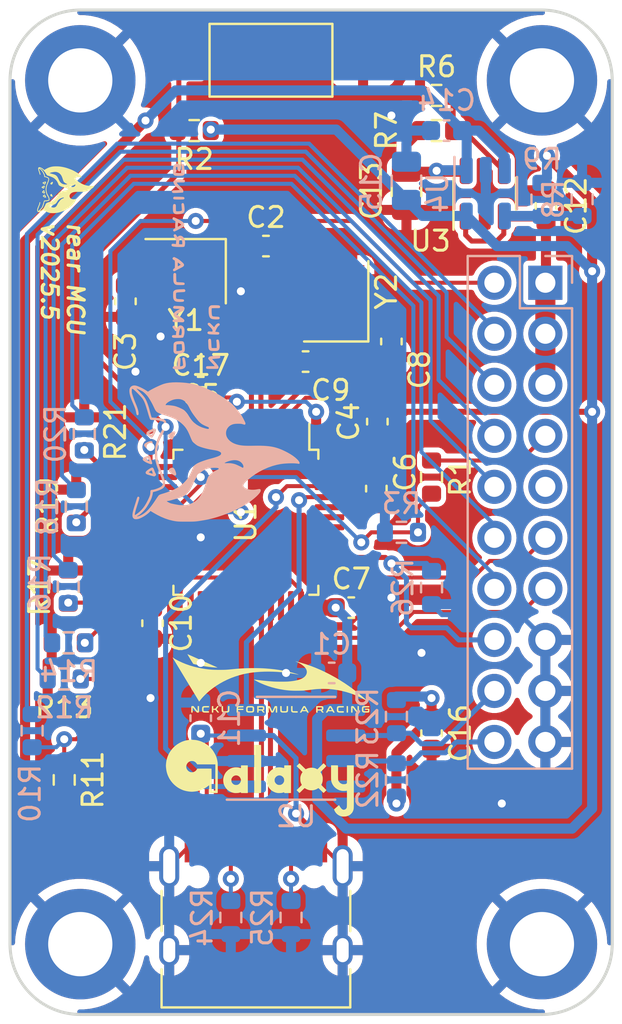
<source format=kicad_pcb>
(kicad_pcb (version 20221018) (generator pcbnew)
  (layers (0 "F.Cu" signal) (31 "B.Cu" signal) (34 "B.Paste" user) (35 "F.Paste" user) (36 "B.SilkS" user "B.Silkscreen") (37 "F.SilkS" user "F.Silkscreen") (38 "B.Mask" user) (39 "F.Mask" user) (44 "Edge.Cuts" user))
  (net 0 "")
  (net 1 "GND")
  (net 2 "+3.3V")
  (net 3 "/HSE_IN")
  (net 4 "/HSE_OUT")
  (net 5 "/LSE_IN")
  (net 6 "/LSE_OUT")
  (net 7 "VDC")
  (net 8 "+5V")
  (net 9 "Net-(C16-Pad1)")
  (net 10 "SW_signal")
  (net 11 "CAN+")
  (net 12 "CAN-")
  (net 13 "TSSI")
  (net 14 "BMS_Fault")
  (net 15 "SWDIO")
  (net 16 "IMD_Fault")
  (net 17 "SWDCLK")
  (net 18 "BSPD_signal1")
  (net 19 "BSPD_signal2")
  (net 20 "BSPD_signal3")
  (net 21 "Net-(J2-CC1)")
  (net 22 "USB_D+")
  (net 23 "USB_D-")
  (net 25 "Net-(J2-CC2)")
  (net 27 "BSPD_Fault")
  (net 28 "/RESET")
  (net 29 "/ADC_IN1")
  (net 30 "Net-(U3-ADJ)")
  (net 31 "Net-(U4-ADJ)")
  (net 32 "BMS_LED")
  (net 33 "IMD_LED")
  (net 34 "BSPD_LED")
  (net 35 "BSPD_Check1")
  (net 36 "BSPD_Check2")
  (net 37 "BSPD_Check3")
  (net 49 "CAN_TX")
  (net 50 "CAN_RX")
  (net 59 "BSPD_signal4")
  (net 60 "BSPD_Check4")
  (footprint "MountingHole:MountingHole_3.2mm_M3_ISO14580_Pad" (layer "F.Cu") (at 130 87)
    (fp_text reference "H3" hide)
    (fp_text value "MountingHole_Pad" hide)
  )
  (footprint "Capacitor_SMD:C_0603_1608Metric" (layer "F.Cu") (at 124.5 119.5 -90)
    (fp_text reference "C16")
    (fp_text value "1u" hide)
  )
  (footprint "logo:galaxy_logo_10mm" (layer "F.Cu") (at 116 121.75)
    (fp_text reference "G***" hide)
    (fp_text value "LOGO" hide)
  )
  (footprint "Capacitor_SMD:C_0603_1608Metric" (layer "F.Cu") (at 116.25 95.25)
    (fp_text reference "C2")
    (fp_text value "20p" hide)
  )
  (footprint "Connector_USB:USB_C_Receptacle_HRO_TYPE-C-31-M-12" (layer "F.Cu") (at 115.75 129.25)
    (fp_text reference "J2" hide)
    (fp_text value "USB_C_Receptacle_USB2.0_16P" hide)
  )
  (footprint "Capacitor_SMD:C_0805_2012Metric" (layer "F.Cu") (at 123.25 92.5 -90)
    (fp_text reference "C13")
    (fp_text value "10u" hide)
  )
  (footprint "Resistor_SMD:R_0603_1608Metric" (layer "F.Cu") (at 124.75 89.5)
    (fp_text reference "R7")
    (fp_text value "866k" hide)
  )
  (footprint "logo:nckufs_logo_10mm" (layer "F.Cu") (at 116.5 117)
    (fp_text reference "G***" hide)
    (fp_text value "LOGO" hide)
  )
  (footprint "Capacitor_SMD:C_0603_1608Metric" (layer "F.Cu") (at 120.5 113.25)
    (fp_text reference "C7")
    (fp_text value "100n" hide)
  )
  (footprint "Package_TO_SOT_SMD:SOT-23-5" (layer "F.Cu") (at 127.15 92.6375 90)
    (fp_text reference "U3")
    (fp_text value "AP2204K-ADJ" hide)
  )
  (footprint "Capacitor_SMD:C_0603_1608Metric" (layer "F.Cu") (at 118.225 101 180)
    (fp_text reference "C9")
    (fp_text value "20p" hide)
  )
  (footprint "Capacitor_SMD:C_0603_1608Metric" (layer "F.Cu") (at 121.8 103.9875 90)
    (fp_text reference "C4")
    (fp_text value "100n" hide)
  )
  (footprint "Resistor_SMD:R_0603_1608Metric" (layer "F.Cu") (at 106.8 108.2 90)
    (fp_text reference "R19")
    (fp_text value "100k" hide)
  )
  (footprint "Resistor_SMD:R_0603_1608Metric" (layer "F.Cu") (at 124.75 87.75)
    (fp_text reference "R6")
    (fp_text value "100k" hide)
  )
  (footprint "Resistor_SMD:R_0603_1608Metric" (layer "F.Cu") (at 106.4 115 180)
    (fp_text reference "R15" hide)
    (fp_text value "100k" hide)
  )
  (footprint "Resistor_SMD:R_0603_1608Metric" (layer "F.Cu") (at 106.2 121.825 -90)
    (fp_text reference "R11")
    (fp_text value "100k" hide)
  )
  (footprint "Capacitor_SMD:C_0603_1608Metric" (layer "F.Cu") (at 113 102.7875 180)
    (fp_text reference "C17")
    (fp_text value "100n" hide)
  )
  (footprint "Resistor_SMD:R_0603_1608Metric" (layer "F.Cu") (at 106.2 116.8 180)
    (fp_text reference "R13")
    (fp_text value "100k" hide)
  )
  (footprint "Resistor_SMD:R_0603_1608Metric" (layer "F.Cu") (at 124.5 106.75 -90)
    (fp_text reference "R1")
    (fp_text value "47k")
  )
  (footprint "Crystal:Crystal_SMD_SeikoEpson_FA238-4Pin_3.2x2.5mm" (layer "F.Cu") (at 112.25 96.5 180)
    (fp_text reference "Y1")
    (fp_text value "8M" hide)
  )
  (footprint "Capacitor_SMD:C_0603_1608Metric" (layer "F.Cu") (at 113 101.25 180)
    (fp_text reference "C5")
    (fp_text value "1u" hide)
  )
  (footprint "Resistor_SMD:R_0603_1608Metric" (layer "F.Cu") (at 112.675 89.5 180)
    (fp_text reference "R2")
    (fp_text value "10k" hide)
  )
  (footprint "Resistor_SMD:R_0603_1608Metric" (layer "F.Cu") (at 106.4 112.225 90)
    (fp_text reference "R17")
    (fp_text value "100k" hide)
  )
  (footprint "Capacitor_SMD:C_0603_1608Metric" (layer "F.Cu") (at 130.2 93.25 90)
    (fp_text reference "C12")
    (fp_text value "1u" hide)
  )
  (footprint "Capacitor_SMD:C_0603_1608Metric" (layer "F.Cu") (at 109.25 98 -90)
    (fp_text reference "C3")
    (fp_text value "20p" hide)
  )
  (footprint "MountingHole:MountingHole_3.2mm_M3_ISO14580_Pad" (layer "F.Cu") (at 107 130)
    (fp_text reference "H2" hide)
    (fp_text value "MountingHole_Pad" hide)
  )
  (footprint "MountingHole:MountingHole_3.2mm_M3_ISO14580_Pad" (layer "F.Cu") (at 107 87)
    (fp_text reference "H4" hide)
    (fp_text value "MountingHole_Pad" hide)
  )
  (footprint "Crystal:Crystal_SMD_SeikoEpson_FA238-4Pin_3.2x2.5mm" (layer "F.Cu") (at 119.75 98 90)
    (fp_text reference "Y2")
    (fp_text value "32.768k" hide)
  )
  (footprint "Capacitor_SMD:C_0603_1608Metric" (layer "F.Cu") (at 121.75 107.325 -90)
    (fp_text reference "C6")
    (fp_text value "100n" hide)
  )
  (footprint "Button_Switch_SMD:SW_SPST_FSMSM" (layer "F.Cu") (at 116.5 86 180)
    (fp_text reference "SW1" hide)
    (fp_text value "SW_SPST" hide)
  )
  (footprint "logo:fire_shark_4mm" (layer "F.Cu") (at 106.25 92.5 -90)
    (fp_text reference "G***" hide)
    (fp_text value "LOGO" hide)
  )
  (footprint "Capacitor_SMD:C_0603_1608Metric" (layer "F.Cu") (at 122.5 100 -90)
    (fp_text reference "C8")
    (fp_text value "20p" hide)
  )
  (footprint "Package_QFP:LQFP-48_7x7mm_P0.5mm" (layer "F.Cu") (at 115.25 109 -90)
    (fp_text reference "U1")
    (fp_text value "STM32F103C8Tx" hide)
  )
  (footprint "MountingHole:MountingHole_3.2mm_M3_ISO14580_Pad" (layer "F.Cu") (at 130 130)
    (fp_text reference "H1" hide)
    (fp_text value "MountingHole_Pad" hide)
  )
  (footprint "Resistor_SMD:R_0603_1608Metric" (layer "F.Cu") (at 107.2 104.6 90)
    (fp_text reference "R21")
    (fp_text value "100k" hide)
  )
  (footprint "Capacitor_SMD:C_0603_1608Metric" (layer "F.Cu") (at 110.6 114.025 -90)
    (fp_text reference "C10")
    (fp_text value "100n" hide)
  )
  (footprint "Capacitor_SMD:C_0805_2012Metric" (layer "B.Cu") (at 123.25 92 90)
    (fp_text reference "C15")
    (fp_text value "10u" hide)
  )
  (footprint "Resistor_SMD:R_0603_1608Metric" (layer "B.Cu") (at 130 92.925 -90)
    (fp_text reference "R9")
    (fp_text value "165k" hide)
  )
  (footprint "Resistor_SMD:R_0603_1608Metric" (layer "B.Cu") (at 117.5 128.675 -90)
    (fp_text reference "R25")
    (fp_text value "5k1" hide)
  )
  (footprint "Resistor_SMD:R_0603_1608Metric" (layer "B.Cu") (at 106.425 115)
    (fp_text reference "R14")
    (fp_text value "47k" hide)
  )
  (footprint "Resistor_SMD:R_0603_1608Metric" (layer "B.Cu") (at 122.75 118.675 -90)
    (fp_text reference "R23")
    (fp_text value "60R" hide)
  )
  (footprint "Resistor_SMD:R_0603_1608Metric" (layer "B.Cu") (at 132 92.925 -90)
    (fp_text reference "R8")
    (fp_text value "100k" hide)
  )
  (footprint "Resistor_SMD:R_0603_1608Metric" (layer "B.Cu") (at 106.8 108.225 -90)
    (fp_text reference "R18")
    (fp_text value "47k" hide)
  )
  (footprint "Capacitor_SMD:C_0603_1608Metric" (layer "B.Cu") (at 125.25 89.5 180)
    (fp_text reference "C14")
    (fp_text value "1u" hide)
  )
  (footprint "Resistor_SMD:R_0603_1608Metric" (layer "B.Cu") (at 124.5 112.25 -90)
    (fp_text reference "R26")
    (fp_text value "47k" hide)
  )
  (footprint "Connector_PinHeader_2.54mm:PinHeader_2x10_P2.54mm_Vertical" (layer "B.Cu") (at 130.17 97.075 180)
    (fp_text reference "J1" hide)
    (fp_text value "Conn_02x10_Odd_Even" hide)
  )
  (footprint "Resistor_SMD:R_0603_1608Metric" (layer "B.Cu") (at 106.2 116.8)
    (fp_text reference "R12")
    (fp_text value "47k" hide)
  )
  (footprint "Package_TO_SOT_SMD:SOT-23-5" (layer "B.Cu") (at 127.2 92.6125 -90)
    (fp_text reference "U4")
    (fp_text value "AP2204K-ADJ" hide)
  )
  (footprint "Resistor_SMD:R_0603_1608Metric" (layer "B.Cu") (at 107.2 104.6 -90)
    (fp_text reference "R20")
    (fp_text value "47k" hide)
  )
  (footprint "Resistor_SMD:R_0603_1608Metric" (layer "B.Cu") (at 104.6 119.375 -90)
    (fp_text reference "R10")
    (fp_text value "47k" hide)
  )
  (footprint "Capacitor_SMD:C_0603_1608Metric" (layer "B.Cu") (at 119.525 116.5 180)
    (fp_text reference "C1")
    (fp_text value "100n" hide)
  )
  (footprint "Package_SO:SOIC-8_3.9x4.9mm_P1.27mm" (layer "B.Cu") (at 117.75 120.25)
    (fp_text reference "U2")
    (fp_text value "SN65HVD256D" hide)
  )
  (footprint "Capacitor_SMD:C_0603_1608Metric" (layer "B.Cu") (at 113 118.75 90)
    (fp_text reference "C11")
    (fp_text value "100n" hide)
  )
  (footprint "logo:fire_shark_logo_20mm" (layer "B.Cu") (at 114.25 100.25 90)
    (fp_text reference "G***" hide)
    (fp_text value "LOGO" hide)
  )
  (footprint "Resistor_SMD:R_0603_1608Metric" (layer "B.Cu") (at 106.4 112.2 -90)
    (fp_text reference "R16")
    (fp_text value "47k" hide)
  )
  (footprint "Resistor_SMD:R_0603_1608Metric" (layer "B.Cu") (at 123 109.5 180)
    (fp_text reference "R3")
    (fp_text value "100k" hide)
  )
  (footprint "Resistor_SMD:R_0603_1608Metric" (layer "B.Cu") (at 122.75 121.825 -90)
    (fp_text reference "R22")
    (fp_text value "60R" hide)
  )
  (footprint "Resistor_SMD:R_0603_1608Metric" (layer "B.Cu") (at 114.5 128.675 -90)
    (fp_text reference "R24")
    (fp_text value "5k1" hide)
  )
  (gr_line (start 130 83.5) (end 107 83.5) (stroke (width 0.15)) (layer "Edge.Cuts"))
  (gr_arc (start 130 83.5) (mid 132.474873 84.525126) (end 133.5 87) (stroke (width 0.15)) (layer "Edge.Cuts"))
  (gr_arc (start 107 133.5) (mid 104.525127 132.474874) (end 103.5 130) (stroke (width 0.15)) (layer "Edge.Cuts"))
  (gr_arc (start 103.5 87) (mid 104.525126 84.525127) (end 107 83.5) (stroke (width 0.15)) (layer "Edge.Cuts"))
  (gr_line (start 107 133.5) (end 130 133.5) (stroke (width 0.15)) (layer "Edge.Cuts"))
  (gr_line (start 103.5 87) (end 103.5 130) (stroke (width 0.15)) (layer "Edge.Cuts"))
  (gr_arc (start 133.5 130) (mid 132.474874 132.474873) (end 130 133.5) (stroke (width 0.15)) (layer "Edge.Cuts"))
  (gr_line (start 133.5 130) (end 133.5 87) (stroke (width 0.15)) (layer "Edge.Cuts"))
  (gr_text "rear MCU\nv2025.5\n" (at 105 94 270) (layer "F.SilkS") (effects (font (size 0.8 0.8) (thickness 0.16) bold italic) (justify left bottom)))
  (segment (start 117.5 113.1625) (end 117.5 114) (width 0.2) (layer "F.Cu") (net 1))
  (segment (start 119.4125 108.25) (end 121.6 108.25) (width 0.2) (layer "F.Cu") (net 1))
  (segment (start 127.15 93.112501) (end 127.512501 92.75) (width 0.2) (layer "F.Cu") (net 1))
  (segment (start 113 109.51005) (end 113 109.75) (width 0.2) (layer "F.Cu") (net 1))
  (segment (start 112.5 125.205) (end 112.345 125.205) (width 0.2) (layer "F.Cu") (net 1))
  (segment (start 119.4125 106.75) (end 120.4 106.75) (width 0.2) (layer "F.Cu") (net 1))
  (segment (start 120.325 114.2) (end 121.275 113.25) (width 0.2) (layer "F.Cu") (net 1))
  (segment (start 114.5 104.8375) (end 114.5 108.01005) (width 0.2) (layer "F.Cu") (net 1))
  (segment (start 117.5 114) (end 117.7 114.2) (width 0.2) (layer "F.Cu") (net 1))
  (segment (start 127.512501 92.75) (end 129.925 92.75) (width 0.2) (layer "F.Cu") (net 1))
  (segment (start 127.15 93.775) (end 127.15 93.112501) (width 0.2) (layer "F.Cu") (net 1))
  (segment (start 114.5 108.01005) (end 113 109.51005) (width 0.2) (layer "F.Cu") (net 1))
  (segment (start 117.7 114.2) (end 120.325 114.2) (width 0.2) (layer "F.Cu") (net 1))
  (segment (start 119 125.205) (end 119.155 125.205) (width 0.2) (layer "F.Cu") (net 1))
  (segment (start 120.4 106.75) (end 121.75 108.1) (width 0.2) (layer "F.Cu") (net 1))
  (segment (start 129.925 92.75) (end 130.2 92.475) (width 0.2) (layer "F.Cu") (net 1))
  (segment (start 121.6 108.25) (end 121.75 108.1) (width 0.2) (layer "F.Cu") (net 1))
  (segment (start 119.155 125.205) (end 120.07 126.12) (width 0.2) (layer "F.Cu") (net 1))
  (segment (start 112.345 125.205) (end 111.43 126.12) (width 0.2) (layer "F.Cu") (net 1))
  (via (at 110.5 117.75) (size 0.8) (drill 0.4) (layers "F.Cu" "B.Cu") (net 1))
  (via (at 113 109.75) (size 0.8) (drill 0.4) (layers "F.Cu" "B.Cu") (net 1))
  (via (at 122.5 112.75) (size 0.8) (drill 0.4) (layers "F.Cu" "B.Cu") (net 1))
  (via (at 124 115.5) (size 0.8) (drill 0.4) (layers "F.Cu" "B.Cu") (net 1))
  (via (at 128 123) (size 0.8) (drill 0.4) (layers "F.Cu" "B.Cu") (net 1))
  (via (at 113 116) (size 0.8) (drill 0.4) (layers "F.Cu" "B.Cu") (net 1))
  (via (at 117.25 116.5) (size 0.8) (drill 0.4) (layers "F.Cu" "B.Cu") (net 1))
  (via (at 122.5 88.75) (size 0.8) (drill 0.4) (layers "F.Cu" "B.Cu") (net 1))
  (via (at 109.75 101.5) (size 0.8) (drill 0.4) (layers "F.Cu" "B.Cu") (net 1))
  (via (at 111 99.75) (size 0.8) (drill 0.4) (layers "F.Cu" "B.Cu") (net 1))
  (via (at 115 97.5) (size 0.8) (drill 0.4) (layers "F.Cu" "B.Cu") (net 1))
  (segment (start 124.475 89.825) (end 124.475 89.5) (width 0.2) (layer "B.Cu") (net 1))
  (segment (start 125.025 113.6) (end 128.915 113.6) (width 0.25) (layer "B.Cu") (net 1))
  (segment (start 123.25 89.5) (end 122.5 88.75) (width 0.2) (layer "B.Cu") (net 1))
  (segment (start 124 115.5) (end 122.5 114) (width 0.25) (layer "B.Cu") (net 1))
  (segment (start 124.475 89.5) (end 123.25 89.5) (width 0.2) (layer "B.Cu") (net 1))
  (segment (start 124.5 113.075) (end 125.025 113.6) (width 0.25) (layer "B.Cu") (net 1))
  (segment (start 122.5 114) (end 122.5 112.75) (width 0.25) (layer "B.Cu") (net 1))
  (segment (start 128.915 113.6) (end 130.17 114.855) (width 0.25) (layer "B.Cu") (net 1))
  (segment (start 132.5 96.5) (end 132.5 93) (width 0.5) (layer "F.Cu") (net 2))
  (segment (start 114.5875 102.7875) (end 113.775 102.7875) (width 0.2) (layer "F.Cu") (net 2))
  (segment (start 121.8 106.5) (end 121.75 106.55) (width 0.5) (layer "F.Cu") (net 2))
  (segment (start 118 112.39259) (end 118 113.1625) (width 0.2) (layer "F.Cu") (net 2))
  (segment (start 118.175 104.7625) (end 118.1 104.8375) (width 0.5) (layer "F.Cu") (net 2))
  (segment (start 123.25 103.5) (end 127.127943 103.5) (width 0.3) (layer "F.Cu") (net 2))
  (segment (start 121.75 105) (end 123.25 103.5) (width 0.3) (layer "F.Cu") (net 2))
  (segment (start 111.0875 111.75) (end 117.35741 111.75) (width 0.2) (layer "F.Cu") (net 2))
  (segment (start 128.132057 103.5) (end 129.667943 103.5) (width 0.3) (layer "F.Cu") (net 2))
  (segment (start 129.672943 103.495) (end 130.667057 103.495) (width 0.3) (layer "F.Cu") (net 2))
  (segment (start 110.525 113.3) (end 110.525 112.4125) (width 0.5) (layer "F.Cu") (net 2))
  (segment (start 118.75 104.7625) (end 118.175 104.7625) (width 0.5) (layer "F.Cu") (net 2))
  (segment (start 114 103.0125) (end 113.775 102.7875) (width 0.2) (layer "F.Cu") (net 2))
  (segment (start 121.75 106.55) (end 121.45 106.25) (width 0.2) (layer "F.Cu") (net 2))
  (segment (start 130.667057 103.495) (end 130.672057 103.5) (width 0.3) (layer "F.Cu") (net 2))
  (segment (start 119.3 113.25) (end 118.25 113.25) (width 0.8) (layer "F.Cu") (net 2))
  (segment (start 127.127943 103.5) (end 127.132943 103.495) (width 0.3) (layer "F.Cu") (net 2))
  (segment (start 117.35741 111.75) (end 118 112.39259) (width 0.2) (layer "F.Cu") (net 2))
  (segment (start 121.45 106.25) (end 119.4125 106.25) (width 0.2) (layer "F.Cu") (net 2))
  (segment (start 114 104.8375) (end 114 103.0125) (width 0.2) (layer "F.Cu") (net 2))
  (segment (start 114.8 103) (end 114.5875 102.7875) (width 0.2) (layer "F.Cu") (net 2))
  (segment (start 121.75 106.55) (end 121.75 105) (width 0.2) (layer "F.Cu") (net 2))
  (segment (start 129.667943 103.5) (end 129.672943 103.495) (width 0.3) (layer "F.Cu") (net 2))
  (segment (start 128.127057 103.495) (end 128.132057 103.5) (width 0.3) (layer "F.Cu") (net 2))
  (segment (start 121.8 104.7625) (end 121.8 106.5) (width 0.5) (layer "F.Cu") (net 2))
  (segment (start 118.75 103.5) (end 118.75 103.89375) (width 0.2) (layer "F.Cu") (net 2))
  (segment (start 119.64375 104.7875) (end 120 104.7875) (width 0.2) (layer "F.Cu") (net 2))
  (segment (start 110.525 112.4125) (end 111.0875 111.85) (width 0.5) (layer "F.Cu") (net 2))
  (segment (start 113.775 101.25) (end 113.775 102.7875) (width 0.25) (layer "F.Cu") (net 2))
  (segment (start 130.672057 103.5) (end 132.5 103.5) (width 0.3) (layer "F.Cu") (net 2))
  (segment (start 121.8 104.7625) (end 118.75 104.7625) (width 0.5) (layer "F.Cu") (net 2))
  (segment (start 132.5 93) (end 130.25 90.75) (width 0.5) (layer "F.Cu") (net 2))
  (segment (start 118.75 104.7625) (end 118.75 103.5) (width 0.5) (layer "F.Cu") (net 2))
  (segment (start 127.132943 103.495) (end 128.127057 103.495) (width 0.3) (layer "F.Cu") (net 2))
  (via (at 132.5 103.5) (size 0.8) (drill 0.4) (layers "F.Cu" "B.Cu") (net 2))
  (via (at 114.8 103) (size 0.8) (drill 0.4) (layers "F.Cu" "B.Cu") (net 2))
  (via (at 119.725 113.25) (size 0.8) (drill 0.4) (layers "F.Cu" "B.Cu") (net 2))
  (via (at 132.5 96.5) (size 0.8) (drill 0.4) (layers "F.Cu" "B.Cu") (net 2))
  (via (at 113.5 89.45) (size 0.8) (drill 0.4) (layers "F.Cu" "B.Cu") (net 2))
  (via (at 130.25 90.75) (size 0.8) (drill 0.4) (layers "F.Cu" "B.Cu") (net 2))
  (via (at 118.75 103.5) (size 0.8) (drill 0.4) (layers "F.Cu" "B.Cu") (net 2))
  (segment (start 126.25 93.75) (end 124.75 93.75) (width 0.5) (layer "B.Cu") (net 2))
  (segment (start 114.8 103) (end 118.25 103) (width 0.2) (layer "B.Cu") (net 2))
  (segment (start 118.8 122.8) (end 118.8 118.795001) (width 0.5) (layer "B.Cu") (net 2))
  (segment (start 123.25 92.95) (end 119.75 89.45) (width 0.5) (layer "B.Cu") (net 2))
  (segment (start 120.3 118.27) (end 120.225 118.345) (width 0.5) (layer "B.Cu") (net 2))
  (segment (start 120.25 124.25) (end 118.8 122.8) (width 0.5) (layer "B.Cu") (net 2))
  (segment (start 118.25 103) (end 118.75 103.5) (width 0.2) (layer "B.Cu") (net 2))
  (segment (start 119.250001 118.345) (end 120.225 118.345) (width 0.5) (layer "B.Cu") (net 2))
  (segment (start 120.3 116.5) (end 120.3 113.825) (width 0.5) (layer "B.Cu") (net 2))
  (segment (start 130.25 91.85) (end 130 92.1) (width 0.5) (layer "B.Cu") (net 2))
  (segment (start 124.05 93.75) (end 123.25 92.95) (width 0.5) (layer "B.Cu") (net 2))
  (segment (start 120.3 113.825) (end 119.725 113.25) (width 0.5) (layer "B.Cu") (net 2))
  (segment (start 132.5 103.5) (end 132.5 123.25) (width 0.5) (layer "B.Cu") (net 2))
  (segment (start 118.8 118.795001) (end 119.250001 118.345) (width 0.5) (layer "B.Cu") (net 2))
  (segment (start 124.75 93.75) (end 124.05 93.75) (width 0.5) (layer "B.Cu") (net 2))
  (segment (start 127.75 95.25) (end 131.25 95.25) (width 0.5) (layer "B.Cu") (net 2))
  (segment (start 126.25 93.75) (end 127.75 95.25) (width 0.5) (layer "B.Cu") (net 2))
  (segment (start 130.25 90.75) (end 130.25 91.85) (width 0.5) (layer "B.Cu") (net 2))
  (segment (start 119.75 89.45) (end 113.5 89.45) (width 0.5) (layer "B.Cu") (net 2))
  (segment (start 132.5 96.5) (end 132.5 103.5) (width 0.5) (layer "B.Cu") (net 2))
  (segment (start 132.5 123.25) (end 131.5 124.25) (width 0.5) (layer "B.Cu") (net 2))
  (segment (start 131.25 95.25) (end 132.5 96.5) (width 0.5) (layer "B.Cu") (net 2))
  (segment (start 131.5 124.25) (end 120.25 124.25) (width 0.5) (layer "B.Cu") (net 2))
  (segment (start 120.3 116.5) (end 120.3 118.27) (width 0.5) (layer "B.Cu") (net 2))
  (segment (start 113.8 95.25) (end 113.35 95.7) (width 0.25) (layer "F.Cu") (net 3))
  (segment (start 116 95.775) (end 115.75 95.525) (width 0.25) (layer "F.Cu") (net 3))
  (segment (start 116 104.8375) (end 116 95.775) (width 0.25) (layer "F.Cu") (net 3))
  (segment (start 115.75 95.525) (end 115.475 95.25) (width 0.2) (layer "F.Cu") (net 3))
  (segment (start 115.725 95.25) (end 113.8 95.25) (width 0.25) (layer "F.Cu") (net 3))
  (segment (start 115.5 104.8375) (end 115.525 104.8125) (width 0.25) (layer "F.Cu") (net 4))
  (segment (start 109.25 97.225) (end 111.075 97.225) (width 0.25) (layer "F.Cu") (net 4))
  (segment (start 112.6 98.75) (end 111.15 97.3) (width 0.25) (layer "F.Cu") (net 4))
  (segment (start 115.525 100.525) (end 113.75 98.75) (width 0.25) (layer "F.Cu") (net 4))
  (segment (start 109.425 97.3) (end 109.25 97.475) (width 0.25) (layer "F.Cu") (net 4))
  (segment (start 111.075 97.225) (end 111.15 97.3) (width 0.25) (layer "F.Cu") (net 4))
  (segment (start 113.75 98.75) (end 112.6 98.75) (width 0.25) (layer "F.Cu") (net 4))
  (segment (start 115.525 104.8125) (end 115.525 100.525) (width 0.25) (layer "F.Cu") (net 4))
  (segment (start 117 104.032236) (end 117 104.8375) (width 0.25) (layer "F.Cu") (net 5))
  (segment (start 120.55 102.25) (end 120 102.8) (width 0.2) (layer "F.Cu") (net 5))
  (segment (start 122.5 99.225) (end 120.675 99.225) (width 0.25) (layer "F.Cu") (net 5))
  (segment (start 118.232236 102.8) (end 117 104.032236) (width 0.2) (layer "F.Cu") (net 5))
  (segment (start 120.55 99.35) (end 120.55 102.25) (width 0.2) (layer "F.Cu") (net 5))
  (segment (start 120 102.8) (end 118.232236 102.8) (width 0.2) (layer "F.Cu") (net 5))
  (segment (start 120.675 99.225) (end 120.55 99.1) (width 0.25) (layer "F.Cu") (net 5))
  (segment (start 120.3 99.1) (end 120.55 99.35) (width 0.2) (layer "F.Cu") (net 5))
  (segment (start 119 99.15) (end 118.95 99.1) (width 0.25) (layer "F.Cu") (net 6))
  (segment (start 118.7 96.9) (end 118.7 99.1) (width 0.25) (layer "F.Cu") (net 6))
  (segment (start 116.5 104.8375) (end 116.5 103.89584) (width 0.25) (layer "F.Cu") (net 6))
  (segment (start 119 101) (end 119 99.15) (width 0.25) (layer "F.Cu") (net 6))
  (segment (start 119 101.39584) (end 119 101) (width 0.25) (layer "F.Cu") (net 6))
  (segment (start 116.5 103.89584) (end 119 101.39584) (width 0.25) (layer "F.Cu") (net 6))
  (segment (start 118.65 99.1) (end 118.95 99.1) (width 0.25) (layer "F.Cu") (net 6))
  (segment (start 128.1 93.775) (end 129.95 93.775) (width 0.5) (layer "F.Cu") (net 7))
  (segment (start 126.2 94.7) (end 126.5 95) (width 0.25) (layer "F.Cu") (net 7))
  (segment (start 129.95 93.775) (end 130.2 94.025) (width 0.5) (layer "F.Cu") (net 7))
  (segment (start 126.5 95) (end 127.75 95) (width 0.25) (layer "F.Cu") (net 7))
  (segment (start 128.1 94.65) (end 128.1 93.775) (width 0.25) (layer "F.Cu") (net 7))
  (segment (start 130.2 94.025) (end 130.2 97.045) (width 0.5) (layer "F.Cu") (net 7))
  (segment (start 130.17 99.615) (end 130.17 97.075) (width 1) (layer "F.Cu") (net 7))
  (segment (start 130.2 97.045) (end 130.17 97.075) (width 0.5) (layer "F.Cu") (net 7))
  (segment (start 126.2 93.775) (end 126.2 94.7) (width 0.25) (layer "F.Cu") (net 7))
  (segment (start 127.75 95) (end 128.1 94.65) (width 0.25) (layer "F.Cu") (net 7))
  (segment (start 130.17 102.155) (end 130.17 99.615) (width 1) (layer "F.Cu") (net 7))
  (segment (start 123.7 91.55) (end 123.25 91.1) (width 0.5) (layer "F.Cu") (net 8))
  (segment (start 126.15 91.55) (end 126.2 91.5) (width 0.5) (layer "F.Cu") (net 8))
  (segment (start 104.25 123.25) (end 105.03 124.03) (width 0.5) (layer "F.Cu") (net 8))
  (segment (start 113.3 119.825) (end 113.3 125.205) (width 0.2) (layer "F.Cu") (net 8))
  (segment (start 118.2 123.95) (end 118.2 125.205) (width 0.25) (layer "F.Cu") (net 8))
  (segment (start 113.25 124.03) (end 113.3 124.08) (width 0.5) (layer "F.Cu") (net 8))
  (segment (start 123.25 91.1) (end 123.25 90.175) (width 0.5) (layer "F.Cu") (net 8))
  (segment (start 123.25 90.175) (end 123.925 89.5) (width 0.5) (layer "F.Cu") (net 8))
  (segment (start 110.25 89) (end 104.25 95) (width 0.5) (layer "F.Cu") (net 8))
  (segment (start 105.03 124.03) (end 113.25 124.03) (width 0.5) (layer "F.Cu") (net 8))
  (segment (start 124.75 91.5) (end 124.7 91.55) (width 0.5) (layer "F.Cu") (net 8))
  (segment (start 104.25 95) (end 104.25 123.25) (width 0.5) (layer "F.Cu") (net 8))
  (segment (start 124.8 91.55) (end 126.15 91.55) (width 0.5) (layer "F.Cu") (net 8))
  (segment (start 117.75 123.5) (end 118.2 123.95) (width 0.25) (layer "F.Cu") (net 8))
  (segment (start 113.3 124.08) (end 113.3 125.205) (width 0.5) (layer "F.Cu") (net 8))
  (segment (start 124.7 91.55) (end 123.7 91.55) (width 0.5) (layer "F.Cu") (net 8))
  (segment (start 124.75 91.5) (end 124.8 91.55) (width 0.5) (layer "F.Cu") (net 8))
  (segment (start 113 119.525) (end 113.3 119.825) (width 0.2) (layer "F.Cu") (net 8))
  (via (at 110.25 89) (size 0.8) (drill 0.4) (layers "F.Cu" "B.Cu") (net 8))
  (via (at 117.75 123.5) (size 0.8) (drill 0.4) (layers "F.Cu" "B.Cu") (net 8))
  (via (at 124.75 91.5) (size 0.8) (drill 0.4) (layers "F.Cu" "B.Cu") (net 8))
  (via (at 113 119.525) (size 0.8) (drill 0.4) (layers "F.Cu" "B.Cu") (net 8))
  (segment (start 111.75 87.5) (end 110.25 89) (width 0.5) (layer "B.Cu") (net 8))
  (segment (start 126.025 89.5) (end 126.837499 89.5) (width 0.5) (layer "B.Cu") (net 8))
  (segment (start 126.25 91.475) (end 126.25 89.725) (width 0.5) (layer "B.Cu") (net 8))
  (segment (start 113 119.525) (end 113.09 119.615) (width 0.2) (layer "B.Cu") (net 8))
  (segment (start 117.75 120.75) (end 116.615 119.615) (width 0.25) (layer "B.Cu") (net 8))
  (segment (start 116.615 119.615) (end 115.620552 119.615) (width 0.25) (layer "B.Cu") (net 8))
  (segment (start 115.620552 119.615) (end 115.275 119.615) (width 0.2) (layer "B.Cu") (net 8))
  (segment (start 124.025 87.5) (end 111.75 87.5) (width 0.5) (layer "B.Cu") (net 8))
  (segment (start 113.09 119.615) (end 115.275 119.615) (width 0.2) (layer "B.Cu") (net 8))
  (segment (start 124.775 91.475) (end 124.75 91.5) (width 0.5) (layer "B.Cu") (net 8))
  (segment (start 126.25 91.475) (end 124.775 91.475) (width 0.5) (layer "B.Cu") (net 8))
  (segment (start 128.15 90.812501) (end 128.15 91.475) (width 0.5) (layer "B.Cu") (net 8))
  (segment (start 126.025 89.5) (end 124.025 87.5) (width 0.5) (layer "B.Cu") (net 8))
  (segment (start 126.25 89.725) (end 126.025 89.5) (width 0.5) (layer "B.Cu") (net 8))
  (segment (start 126.837499 89.5) (end 128.15 90.812501) (width 0.5) (layer "B.Cu") (net 8))
  (segment (start 117.75 123.5) (end 117.75 120.75) (width 0.25) (layer "B.Cu") (net 8))
  (segment (start 124.5 117.75) (end 124.5 118.725) (width 0.5) (layer "F.Cu") (net 9))
  (segment (start 122.75 120.475) (end 122.75 123) (width 0.5) (layer "F.Cu") (net 9))
  (segment (start 124.5 118.725) (end 122.75 120.475) (width 0.5) (layer "F.Cu") (net 9))
  (via (at 122.75 123) (size 0.8) (drill 0.4) (layers "F.Cu" "B.Cu") (net 9))
  (via (at 124.5 117.75) (size 0.8) (drill 0.4) (layers "F.Cu" "B.Cu") (net 9))
  (segment (start 122.75 117.675) (end 124.425 117.675) (width 0.5) (layer "B.Cu") (net 9))
  (segment (start 124.425 117.675) (end 124.5 117.75) (width 0.5) (layer "B.Cu") (net 9))
  (segment (start 120.5 94) (end 112.75 94) (width 0.2) (layer "F.Cu") (net 10))
  (segment (start 110.5 105.25) (end 110.5 106.25) (width 0.2) (layer "F.Cu") (net 10))
  (segment (start 110.5 106.25) (end 111.0875 106.25) (width 0.2) (layer "F.Cu") (net 10))
  (segment (start 123.575 97.075) (end 120.5 94) (width 0.2) (layer "F.Cu") (net 10))
  (segment (start 127.63 97.075) (end 123.575 97.075) (width 0.2) (layer "F.Cu") (net 10))
  (via (at 112.75 94) (size 0.8) (drill 0.4) (layers "F.Cu" "B.Cu") (net 10))
  (via (at 110.5 105.25) (size 0.8) (drill 0.4) (layers "F.Cu" "B.Cu") (net 10))
  (segment (start 110.5 105) (end 108.5 103) (width 0.2) (layer "B.Cu") (net 10))
  (segment (start 110.5 105.25) (end 110.5 105) (width 0.2) (layer "B.Cu") (net 10))
  (segment (start 110 94) (end 112.75 94) (width 0.2) (layer "B.Cu") (net 10))
  (segment (start 108.5 95.5) (end 110 94) (width 0.2) (layer "B.Cu") (net 10))
  (segment (start 108.5 103) (end 108.5 95.5) (width 0.2) (layer "B.Cu") (net 10))
  (segment (start 122.635 120.885) (end 122.75 121) (width 0.25) (layer "B.Cu") (net 11))
  (segment (start 125.186397 120.475) (end 123.987501 120.475) (width 0.25) (layer "B.Cu") (net 11))
  (segment (start 120.225 120.885) (end 122.635 120.885) (width 0.25) (layer "B.Cu") (net 11))
  (segment (start 127.63 119.935) (end 125.726397 119.935) (width 0.25) (layer "B.Cu") (net 11))
  (segment (start 123.462501 121) (end 122.75 121) (width 0.25) (layer "B.Cu") (net 11))
  (segment (start 123.987501 120.475) (end 123.462501 121) (width 0.25) (layer "B.Cu") (net 11))
  (segment (start 125.726397 119.935) (end 125.186397 120.475) (width 0.25) (layer "B.Cu") (net 11))
  (segment (start 123.987501 120.025) (end 123.462501 119.5) (width 0.25) (layer "B.Cu") (net 12))
  (segment (start 127.63 117.395) (end 125 120.025) (width 0.25) (layer "B.Cu") (net 12))
  (segment (start 122.635 119.615) (end 122.75 119.5) (width 0.25) (layer "B.Cu") (net 12))
  (segment (start 123.462501 119.5) (end 122.75 119.5) (width 0.25) (layer "B.Cu") (net 12))
  (segment (start 120.225 119.615) (end 122.635 119.615) (width 0.25) (layer "B.Cu") (net 12))
  (segment (start 125 120.025) (end 123.987501 120.025) (width 0.25) (layer "B.Cu") (net 12))
  (segment (start 122.5 111.05) (end 122.2 110.75) (width 0.25) (layer "F.Cu") (net 13))
  (segment (start 122.2 110.75) (end 119.4125 110.75) (width 0.25) (layer "F.Cu") (net 13))
  (via (at 122.5 111.05) (size 0.8) (drill 0.4) (layers "F.Cu" "B.Cu") (net 13))
  (segment (start 127.63 114.855) (end 125.855 114.855) (width 0.25) (layer "B.Cu") (net 13))
  (segment (start 124.25 111.475) (end 124.25 111.05) (width 0.25) (layer "B.Cu") (net 13))
  (segment (start 123.25 114) (end 123.25 111.8) (width 0.25) (layer "B.Cu") (net 13))
  (segment (start 125.25 114.25) (end 123.5 114.25) (width 0.25) (layer "B.Cu") (net 13))
  (segment (start 125.855 114.855) (end 125.25 114.25) (width 0.25) (layer "B.Cu") (net 13))
  (segment (start 123.5 114.25) (end 123.25 114) (width 0.25) (layer "B.Cu") (net 13))
  (segment (start 123.25 111.8) (end 122.5 111.05) (width 0.25) (layer "B.Cu") (net 13))
  (segment (start 124.25 111.05) (end 122.5 111.05) (width 0.25) (layer "B.Cu") (net 13))
  (segment (start 104.337256 118.487256) (end 104.6 118.75) (width 0.2) (layer "B.Cu") (net 14))
  (segment (start 104.337256 94.65) (end 104.337256 118.487256) (width 0.2) (layer "B.Cu") (net 14))
  (segment (start 118.4 90.15) (end 117.5 90.15) (width 0.2) (layer "B.Cu") (net 14))
  (segment (start 117.837256 90.15) (end 108.837256 90.15) (width 0.2) (layer "B.Cu") (net 14))
  (segment (start 108.837256 90.15) (end 104.337256 94.65) (width 0.2) (layer "B.Cu") (net 14))
  (segment (start 127.63 99.615) (end 127.63 99.38) (width 0.2) (layer "B.Cu") (net 14))
  (segment (start 127.63 99.38) (end 118.4 90.15) (width 0.2) (layer "B.Cu") (net 14))
  (segment (start 117.5 114.75) (end 122.312352 114.75) (width 0.2) (layer "F.Cu") (net 15))
  (segment (start 129.02 113.465) (end 130.17 112.315) (width 0.2) (layer "F.Cu") (net 15))
  (segment (start 117 114.25) (end 117.5 114.75) (width 0.2) (layer "F.Cu") (net 15))
  (segment (start 123.597352 113.465) (end 129.02 113.465) (width 0.2) (layer "F.Cu") (net 15))
  (segment (start 117 113.1625) (end 117 114.25) (width 0.2) (layer "F.Cu") (net 15))
  (segment (start 122.312352 114.75) (end 123.597352 113.465) (width 0.2) (layer "F.Cu") (net 15))
  (segment (start 125.25 97.565686) (end 118.234314 90.55) (width 0.2) (layer "B.Cu") (net 16))
  (segment (start 125.25 99.775) (end 125.25 97.565686) (width 0.2) (layer "B.Cu") (net 16))
  (segment (start 109.002942 90.55) (end 104.870099 94.682844) (width 0.2) (layer "B.Cu") (net 16))
  (segment (start 118.234314 90.55) (end 109.002942 90.55) (width 0.2) (layer "B.Cu") (net 16))
  (segment (start 104.870099 116.295099) (end 105.375 116.8) (width 0.2) (layer "B.Cu") (net 16))
  (segment (start 104.870099 94.682844) (end 104.870099 116.295099) (width 0.2) (layer "B.Cu") (net 16))
  (segment (start 127.63 102.155) (end 125.25 99.775) (width 0.2) (layer "B.Cu") (net 16))
  (segment (start 126.568654 111.75) (end 127.393654 110.925) (width 0.2) (layer "F.Cu") (net 17))
  (segment (start 129.02 110.925) (end 130.17 109.775) (width 0.2) (layer "F.Cu") (net 17))
  (segment (start 127.393654 110.925) (end 129.02 110.925) (width 0.2) (layer "F.Cu") (net 17))
  (segment (start 119.4125 111.75) (end 126.568654 111.75) (width 0.2) (layer "F.Cu") (net 17))
  (segment (start 105.670099 110.645099) (end 106.4 111.375) (width 0.2) (layer "B.Cu") (net 18))
  (segment (start 117.85 91.35) (end 109.334314 91.35) (width 0.2) (layer "B.Cu") (net 18))
  (segment (start 127.63 107.235) (end 127.63 107.13) (width 0.2) (layer "B.Cu") (net 18))
  (segment (start 124.45 97.95) (end 117.85 91.35) (width 0.2) (layer "B.Cu") (net 18))
  (segment (start 124.45 103.95) (end 124.45 97.95) (width 0.2) (layer "B.Cu") (net 18))
  (segment (start 105.670099 95.014215) (end 105.670099 110.645099) (width 0.2) (layer "B.Cu") (net 18))
  (segment (start 109.334314 91.35) (end 105.670099 95.014215) (width 0.2) (layer "B.Cu") (net 18))
  (segment (start 127.63 107.13) (end 124.45 103.95) (width 0.2) (layer "B.Cu") (net 18))
  (segment (start 109.5 91.75) (end 106.087256 95.162744) (width 0.2) (layer "B.Cu") (net 19))
  (segment (start 127.63 109.13) (end 123.993628 105.493628) (width 0.2) (layer "B.Cu") (net 19))
  (segment (start 106.087256 106.687256) (end 106.8 107.4) (width 0.2) (layer "B.Cu") (net 19))
  (segment (start 123.993628 105.493628) (end 123.993628 98.059314) (width 0.2) (layer "B.Cu") (net 19))
  (segment (start 106.087256 95.162744) (end 106.087256 106.687256) (width 0.2) (layer "B.Cu") (net 19))
  (segment (start 123.993628 98.059314) (end 117.684314 91.75) (width 0.2) (layer "B.Cu") (net 19))
  (segment (start 127.63 109.775) (end 127.63 109.13) (width 0.2) (layer "B.Cu") (net 19))
  (segment (start 117.684314 91.75) (end 109.5 91.75) (width 0.2) (layer "B.Cu") (net 19))
  (segment (start 109.665686 92.15) (end 106.6 95.215686) (width 0.2) (layer "B.Cu") (net 20))
  (segment (start 106.6 95.215686) (end 106.6 103.175) (width 0.2) (layer "B.Cu") (net 20))
  (segment (start 117.518628 92.15) (end 109.665686 92.15) (width 0.2) (layer "B.Cu") (net 20))
  (segment (start 123.593628 98.225) (end 117.518628 92.15) (width 0.2) (layer "B.Cu") (net 20))
  (segment (start 127.63 111.63) (end 123.593628 107.593628) (width 0.2) (layer "B.Cu") (net 20))
  (segment (start 123.593628 107.593628) (end 123.593628 98.225) (width 0.2) (layer "B.Cu") (net 20))
  (segment (start 127.63 112.315) (end 127.63 111.63) (width 0.2) (layer "B.Cu") (net 20))
  (segment (start 106.6 103.175) (end 107.2 103.775) (width 0.2) (layer "B.Cu") (net 20))
  (segment (start 114.5 126.75) (end 114.5 125.205) (width 0.2) (layer "F.Cu") (net 21))
  (via (at 114.5 126.75) (size 0.8) (drill 0.4) (layers "F.Cu" "B.Cu") (net 21))
  (segment (start 114.5 127.85) (end 114.5 126.75) (width 0.2) (layer "B.Cu") (net 21))
  (segment (start 116.475 124.092499) (end 116.475 113.75) (width 0.25) (layer "F.Cu") (net 22))
  (segment (start 115.5 126.18) (end 115.82 126.5) (width 0.2) (layer "F.Cu") (net 22))
  (segment (start 116.5 126.18) (end 116.5 125.205) (width 0.2) (layer "F.Cu") (net 22))
  (segment (start 115.5 125.205) (end 115.5 126.18) (width 0.2) (layer "F.Cu") (net 22))
  (segment (start 116.5 125.205) (end 116.5 124.117499) (width 0.25) (layer "F.Cu") (net 22))
  (segment (start 116.18 126.5) (end 116.5 126.18) (width 0.2) (layer "F.Cu") (net 22))
  (segment (start 115.82 126.5) (end 116.18 126.5) (width 0.2) (layer "F.Cu") (net 22))
  (segment (start 115 125.205) (end 115 124.23) (width 0.25) (layer "F.Cu") (net 23))
  (segment (start 115 124.23) (end 115.48 123.75) (width 0.25) (layer "F.Cu") (net 23))
  (segment (start 116.025 124.092499) (end 116.025 123.75) (width 0.25) (layer "F.Cu") (net 23))
  (segment (start 116.025 123.75) (end 116.025 113.75) (width 0.25) (layer "F.Cu") (net 23))
  (segment (start 116 125.205) (end 116 124.117499) (width 0.25) (layer "F.Cu") (net 23))
  (segment (start 115.48 123.75) (end 116.025 123.75) (width 0.25) (layer "F.Cu") (net 23))
  (segment (start 117.5 126.75) (end 117.5 125.205) (width 0.2) (layer "F.Cu") (net 25))
  (via (at 117.5 126.75) (size 0.8) (drill 0.4) (layers "F.Cu" "B.Cu") (net 25))
  (segment (start 117.5 127.85) (end 117.5 126.75) (width 0.2) (layer "B.Cu") (net 25))
  (segment (start 105.270099 103.8) (end 105.270099 103.9) (width 0.2) (layer "B.Cu") (net 27))
  (segment (start 118.068628 90.95) (end 109.168628 90.95) (width 0.2) (layer "B.Cu") (net 27))
  (segment (start 124.85 101.915) (end 124.85 97.731372) (width 0.2) (layer "B.Cu") (net 27))
  (segment (start 109.168628 90.95) (end 105.270099 94.848529) (width 0.2) (layer "B.Cu") (net 27))
  (segment (start 105.270099 103.8) (end 105.270099 114.670099) (width 0.2) (layer "B.Cu") (net 27))
  (segment (start 124.85 97.731372) (end 118.068628 90.95) (width 0.2) (layer "B.Cu") (net 27))
  (segment (start 127.63 104.695) (end 124.85 101.915) (width 0.2) (layer "B.Cu") (net 27))
  (segment (start 105.270099 94.848529) (end 105.270099 104) (width 0.2) (layer "B.Cu") (net 27))
  (segment (start 105.270099 114.670099) (end 105.6 115) (width 0.2) (layer "B.Cu") (net 27))
  (segment (start 107.5 96) (end 107.5 100.5) (width 0.25) (layer "F.Cu") (net 28))
  (segment (start 107.5 100.5) (end 111.25 104.25) (width 0.25) (layer "F.Cu") (net 28))
  (segment (start 111.91 86) (end 111.91 91.59) (width 0.25) (layer "F.Cu") (net 28))
  (segment (start 111.91 91.59) (end 107.5 96) (width 0.25) (layer "F.Cu") (net 28))
  (segment (start 115 108.5) (end 115 104.8375) (width 0.2) (layer "F.Cu") (net 28))
  (via (at 111.25 104.25) (size 0.8) (drill 0.4) (layers "F.Cu" "B.Cu") (net 28))
  (via (at 115 108.5) (size 0.8) (drill 0.4) (layers "F.Cu" "B.Cu") (net 28))
  (segment (start 111.25 106.73995) (end 113.01005 108.5) (width 0.2) (layer "B.Cu") (net 28))
  (segment (start 111.25 104.25) (end 111.25 106.73995) (width 0.2) (layer "B.Cu") (net 28))
  (segment (start 113.01005 108.5) (end 115 108.5) (width 0.2) (layer "B.Cu") (net 28))
  (segment (start 128.1 91.5) (end 126.1 89.5) (width 0.25) (layer "F.Cu") (net 30))
  (segment (start 126.1 89.5) (end 125.575 89.5) (width 0.25) (layer "F.Cu") (net 30))
  (segment (start 125.575 89.5) (end 125.575 87.75) (width 0.25) (layer "F.Cu") (net 30))
  (segment (start 128.15 93.75) (end 130 93.75) (width 0.5) (layer "B.Cu") (net 31))
  (segment (start 130 93.75) (end 132 93.75) (width 0.5) (layer "B.Cu") (net 31))
  (segment (start 109.4 111.16759) (end 110.31759 110.25) (width 0.2) (layer "F.Cu") (net 32))
  (segment (start 110.31759 110.25) (end 111.0875 110.25) (width 0.2) (layer "F.Cu") (net 32))
  (segment (start 106.2 119.8) (end 106.2 121) (width 0.2) (layer "F.Cu") (net 32))
  (segment (start 106.2 119.8) (end 106.8 119.8) (width 0.2) (layer "F.Cu") (net 32))
  (segment (start 109.4 117.2) (end 109.4 111.16759) (width 0.2) (layer "F.Cu") (net 32))
  (segment (start 106.8 119.8) (end 109.4 117.2) (width 0.2) (layer "F.Cu") (net 32))
  (via (at 106.2 119.8) (size 0.8) (drill 0.4) (layers "F.Cu" "B.Cu") (net 32))
  (segment (start 104.6 120.2) (end 105.8 120.2) (width 0.2) (layer "B.Cu") (net 32))
  (segment (start 105.8 120.2) (end 106.2 119.8) (width 0.2) (layer "B.Cu") (net 32))
  (segment (start 110.31759 109.25) (end 111.0875 109.25) (width 0.2) (layer "F.Cu") (net 33))
  (segment (start 108.2 116.8) (end 109 116) (width 0.2) (layer "F.Cu") (net 33))
  (segment (start 109 110.56759) (end 110.31759 109.25) (width 0.2) (layer "F.Cu") (net 33))
  (segment (start 107 116.8) (end 108.2 116.8) (width 0.2) (layer "F.Cu") (net 33))
  (segment (start 109 116) (end 109 110.56759) (width 0.2) (layer "F.Cu") (net 33))
  (via (at 107 116.8) (size 0.8) (drill 0.4) (layers "F.Cu" "B.Cu") (net 33))
  (segment (start 108.6 110.401904) (end 110.251904 108.75) (width 0.2) (layer "F.Cu") (net 34))
  (segment (start 110.251904 108.75) (end 111.0875 108.75) (width 0.2) (layer "F.Cu") (net 34))
  (segment (start 107.225 115) (end 108.6 113.625) (width 0.2) (layer "F.Cu") (net 34))
  (segment (start 108.6 113.625) (end 108.6 110.401904) (width 0.2) (layer "F.Cu") (net 34))
  (via (at 107.225 115) (size 0.8) (drill 0.4) (layers "F.Cu" "B.Cu") (net 34))
  (segment (start 106.4 113) (end 107.4 113) (width 0.2) (layer "F.Cu") (net 35))
  (segment (start 107.4 113) (end 108.2 112.2) (width 0.2) (layer "F.Cu") (net 35))
  (segment (start 108.2 112.2) (end 108.2 109.6) (width 0.2) (layer "F.Cu") (net 35))
  (segment (start 108.2 109.6) (end 110.05 107.75) (width 0.2) (layer "F.Cu") (net 35))
  (segment (start 110.05 107.75) (end 111.0875 107.75) (width 0.2) (layer "F.Cu") (net 35))
  (via (at 106.4 113) (size 0.8) (drill 0.4) (layers "F.Cu" "B.Cu") (net 35))
  (segment (start 106.8 109) (end 108.55 107.25) (width 0.25) (layer "F.Cu") (net 36))
  (segment (start 108.55 107.25) (end 111.0875 107.25) (width 0.25) (layer "F.Cu") (net 36))
  (via (at 106.8 109) (size 0.8) (drill 0.4) (layers "F.Cu" "B.Cu") (net 36))
  (segment (start 107.2 105.4) (end 108.55 106.75) (width 0.25) (layer "F.Cu") (net 37))
  (segment (start 108.55 106.75) (end 111.0875 106.75) (width 0.25) (layer "F.Cu") (net 37))
  (via (at 107.2 105.4) (size 0.8) (drill 0.4) (layers "F.Cu" "B.Cu") (net 37))
  (segment (start 117.3 107.2) (end 119.3625 107.2) (width 0.2) (layer "F.Cu") (net 49))
  (segment (start 119.3625 107.2) (end 119.4125 107.25) (width 0.2) (layer "F.Cu") (net 49))
  (segment (start 116.75 107.75) (end 117.3 107.2) (width 0.2) (layer "F.Cu") (net 49))
  (via (at 116.75 107.75) (size 0.8) (drill 0.4) (layers "F.Cu" "B.Cu") (net 49))
  (segment (start 111.25 113.75) (end 111.25 120.25) (width 0.25) (layer "B.Cu") (net 49))
  (segment (start 113.155 122.155) (end 115.275 122.155) (width 0.25) (layer "B.Cu") (net 49))
  (segment (start 111.25 120.25) (end 113.155 122.155) (width 0.25) (layer "B.Cu") (net 49))
  (segment (start 116.75 107.75) (end 116.75 108.25) (width 0.25) (layer "B.Cu") (net 49))
  (segment (start 116.75 108.25) (end 111.25 113.75) (width 0.25) (layer "B.Cu") (net 49))
  (segment (start 117.9 107.9) (end 118.05 107.75) (width 0.2) (layer "F.Cu") (net 50))
  (segment (start 118.05 107.75) (end 119.4125 107.75) (width 0.2) (layer "F.Cu") (net 50))
  (via (at 117.9 107.9) (size 0.8) (drill 0.4) (layers "F.Cu" "B.Cu") (net 50))
  (segment (start 117.9 112.35) (end 115.275 114.975) (width 0.25) (layer "B.Cu") (net 50))
  (segment (start 117.9 107.9) (end 117.9 112.35) (width 0.25) (layer "B.Cu") (net 50))
  (segment (start 115.275 114.975) (end 115.275 118.345) (width 0.25) (layer "B.Cu") (net 50))
  (segment (start 130.17 104.695) (end 128.94 105.925) (width 0.2) (layer "F.Cu") (net 59))
  (segment (start 128.94 105.925) (end 124.5 105.925) (width 0.2) (layer "F.Cu") (net 59))
  (segment (start 113 107.10741) (end 111.85741 108.25) (width 0.2) (layer "F.Cu") (net 60))
  (segment (start 111.85741 108.25) (end 111.0875 108.25) (width 0.2) (layer "F.Cu") (net 60))
  (segment (start 123.825 108.25) (end 124.5 107.575) (width 0.2) (layer "F.Cu") (net 60))
  (segment (start 121.5 109.5) (end 121 110) (width 0.2) (layer "F.Cu") (net 60))
  (segment (start 123.825 109.5) (end 121.5 109.5) (width 0.2) (layer "F.Cu") (net 60))
  (segment (start 113 106.75) (end 113 107.10741) (width 0.2) (layer "F.Cu") (net 60))
  (segment (start 123.825 109.5) (end 123.825 108.25) (width 0.2) (layer "F.Cu") (net 60))
  (via (at 123.825 109.5) (size 0.8) (drill 0.4) (layers "F.Cu" "B.Cu") (net 60))
  (via (at 121 110) (size 0.8) (drill 0.4) (layers "F.Cu" "B.Cu") (net 60))
  (via (at 113 106.75) (size 0.8) (drill 0.4) (layers "F.Cu" "B.Cu") (net 60))
  (segment (start 117.73995 106.75) (end 113 106.75) (width 0.2) (layer "B.Cu") (net 60))
  (segment (start 121 110) (end 120.98995 110) (width 0.2) (layer "B.Cu") (net 60))
  (segment (start 120.98995 110) (end 117.73995 106.75) (width 0.2) (layer "B.Cu") (net 60))
  (zone (net 1) (net_name "GND") (layers "F&B.Cu") (connect_pads (clearance 0.25)) (min_thickness 0.25) (fill yes (thermal_gap 0.5) (thermal_bridge_width 0.5))
    (polygon (pts (xy 103 83) (xy 134 83) (xy 134 134) (xy 103 134)))
  )
)
</source>
